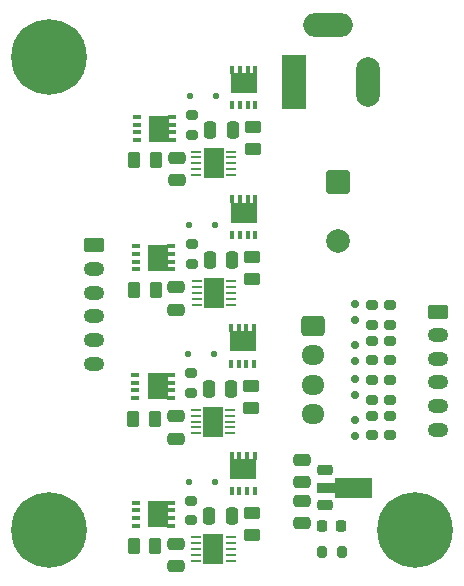
<source format=gts>
G04 #@! TF.GenerationSoftware,KiCad,Pcbnew,9.0.4*
G04 #@! TF.CreationDate,2025-09-21T20:32:14-07:00*
G04 #@! TF.ProjectId,stepper_juicer_v1,73746570-7065-4725-9f6a-75696365725f,rev?*
G04 #@! TF.SameCoordinates,Original*
G04 #@! TF.FileFunction,Soldermask,Top*
G04 #@! TF.FilePolarity,Negative*
%FSLAX46Y46*%
G04 Gerber Fmt 4.6, Leading zero omitted, Abs format (unit mm)*
G04 Created by KiCad (PCBNEW 9.0.4) date 2025-09-21 20:32:14*
%MOMM*%
%LPD*%
G01*
G04 APERTURE LIST*
G04 Aperture macros list*
%AMRoundRect*
0 Rectangle with rounded corners*
0 $1 Rounding radius*
0 $2 $3 $4 $5 $6 $7 $8 $9 X,Y pos of 4 corners*
0 Add a 4 corners polygon primitive as box body*
4,1,4,$2,$3,$4,$5,$6,$7,$8,$9,$2,$3,0*
0 Add four circle primitives for the rounded corners*
1,1,$1+$1,$2,$3*
1,1,$1+$1,$4,$5*
1,1,$1+$1,$6,$7*
1,1,$1+$1,$8,$9*
0 Add four rect primitives between the rounded corners*
20,1,$1+$1,$2,$3,$4,$5,0*
20,1,$1+$1,$4,$5,$6,$7,0*
20,1,$1+$1,$6,$7,$8,$9,0*
20,1,$1+$1,$8,$9,$2,$3,0*%
%AMFreePoly0*
4,1,9,3.862500,-0.866500,0.737500,-0.866500,0.737500,-0.450000,-0.737500,-0.450000,-0.737500,0.450000,0.737500,0.450000,0.737500,0.866500,3.862500,0.866500,3.862500,-0.866500,3.862500,-0.866500,$1*%
G04 Aperture macros list end*
%ADD10RoundRect,0.200000X0.275000X-0.200000X0.275000X0.200000X-0.275000X0.200000X-0.275000X-0.200000X0*%
%ADD11RoundRect,0.250000X0.475000X-0.250000X0.475000X0.250000X-0.475000X0.250000X-0.475000X-0.250000X0*%
%ADD12RoundRect,0.150000X0.200000X-0.150000X0.200000X0.150000X-0.200000X0.150000X-0.200000X-0.150000X0*%
%ADD13C,6.400000*%
%ADD14R,2.000000X4.600000*%
%ADD15O,2.000000X4.200000*%
%ADD16O,4.200000X2.000000*%
%ADD17O,1.750000X1.200000*%
%ADD18RoundRect,0.250000X-0.625000X0.350000X-0.625000X-0.350000X0.625000X-0.350000X0.625000X0.350000X0*%
%ADD19R,0.340000X0.800000*%
%ADD20R,2.290000X1.677500*%
%ADD21C,2.000000*%
%ADD22RoundRect,0.250000X-0.750000X0.750000X-0.750000X-0.750000X0.750000X-0.750000X0.750000X0.750000X0*%
%ADD23RoundRect,0.150000X-0.200000X0.150000X-0.200000X-0.150000X0.200000X-0.150000X0.200000X0.150000X0*%
%ADD24RoundRect,0.200000X-0.275000X0.200000X-0.275000X-0.200000X0.275000X-0.200000X0.275000X0.200000X0*%
%ADD25RoundRect,0.062500X-0.350000X-0.062500X0.350000X-0.062500X0.350000X0.062500X-0.350000X0.062500X0*%
%ADD26R,1.700000X2.500000*%
%ADD27RoundRect,0.250000X-0.475000X0.250000X-0.475000X-0.250000X0.475000X-0.250000X0.475000X0.250000X0*%
%ADD28RoundRect,0.250000X-0.250000X-0.475000X0.250000X-0.475000X0.250000X0.475000X-0.250000X0.475000X0*%
%ADD29R,1.677500X2.290000*%
%ADD30R,0.800000X0.340000*%
%ADD31RoundRect,0.250000X-0.725000X0.600000X-0.725000X-0.600000X0.725000X-0.600000X0.725000X0.600000X0*%
%ADD32O,1.950000X1.700000*%
%ADD33RoundRect,0.125000X-0.125000X-0.125000X0.125000X-0.125000X0.125000X0.125000X-0.125000X0.125000X0*%
%ADD34RoundRect,0.218750X0.218750X0.256250X-0.218750X0.256250X-0.218750X-0.256250X0.218750X-0.256250X0*%
%ADD35RoundRect,0.250000X-0.450000X0.262500X-0.450000X-0.262500X0.450000X-0.262500X0.450000X0.262500X0*%
%ADD36RoundRect,0.250000X-0.262500X-0.450000X0.262500X-0.450000X0.262500X0.450000X-0.262500X0.450000X0*%
%ADD37RoundRect,0.200000X0.200000X0.275000X-0.200000X0.275000X-0.200000X-0.275000X0.200000X-0.275000X0*%
%ADD38RoundRect,0.225000X-0.425000X-0.225000X0.425000X-0.225000X0.425000X0.225000X-0.425000X0.225000X0*%
%ADD39FreePoly0,0.000000*%
G04 APERTURE END LIST*
D10*
X116525000Y-101762500D03*
X116525000Y-103412500D03*
D11*
X125937500Y-111000000D03*
X125937500Y-109100000D03*
D12*
X130450000Y-102250000D03*
X130450000Y-103650000D03*
D13*
X135500000Y-115000000D03*
D14*
X125250000Y-77100000D03*
D15*
X131550000Y-77100000D03*
D16*
X128150000Y-72300000D03*
D13*
X104500000Y-115000000D03*
D17*
X108350000Y-100950000D03*
X108350000Y-98950000D03*
X108350000Y-96950000D03*
X108350000Y-94950000D03*
X108350000Y-92950000D03*
D18*
X108350000Y-90950000D03*
D13*
X104500000Y-75000000D03*
D19*
X121325000Y-79075000D03*
X120675000Y-79075000D03*
X120025000Y-79075000D03*
X121975000Y-79075000D03*
X121975000Y-76075000D03*
X121325000Y-76075000D03*
X120675000Y-76075000D03*
X120025000Y-76075000D03*
D20*
X121000000Y-77186250D03*
D19*
X121325000Y-90050000D03*
X120675000Y-90050000D03*
X120025000Y-90050000D03*
X121975000Y-90050000D03*
X121975000Y-87050000D03*
X121325000Y-87050000D03*
X120675000Y-87050000D03*
X120025000Y-87050000D03*
D20*
X121000000Y-88161250D03*
D21*
X128950000Y-90550000D03*
D22*
X128950000Y-85550000D03*
D12*
X130450000Y-97300000D03*
X130450000Y-95900000D03*
D10*
X133400000Y-105350000D03*
X133400000Y-107000000D03*
D17*
X137450000Y-106550000D03*
X137450000Y-104550000D03*
X137450000Y-102550000D03*
X137450000Y-100550000D03*
X137450000Y-98550000D03*
D18*
X137450000Y-96550000D03*
D10*
X133400000Y-99000000D03*
X133400000Y-100650000D03*
D23*
X130450000Y-99350000D03*
X130450000Y-100750000D03*
D24*
X133400000Y-97650000D03*
X133400000Y-96000000D03*
X133400000Y-104000000D03*
X133400000Y-102350000D03*
D23*
X130450000Y-105700000D03*
X130450000Y-107100000D03*
D24*
X131900000Y-105350000D03*
X131900000Y-107000000D03*
X131900000Y-102350000D03*
X131900000Y-104000000D03*
X131900000Y-99000000D03*
X131900000Y-100650000D03*
X131900000Y-96000000D03*
X131900000Y-97650000D03*
D25*
X116925000Y-104862500D03*
X116925000Y-105362500D03*
X116925000Y-105862500D03*
X116925000Y-106362500D03*
X116925000Y-106862500D03*
X119850000Y-106862500D03*
X119850000Y-106362500D03*
X119850000Y-105862500D03*
X119850000Y-105362500D03*
X119850000Y-104862500D03*
D26*
X118387500Y-105862500D03*
D27*
X115350000Y-83525000D03*
X115350000Y-85425000D03*
D20*
X120950000Y-109861250D03*
D19*
X119975000Y-108750000D03*
X120625000Y-108750000D03*
X121275000Y-108750000D03*
X121925000Y-108750000D03*
X121925000Y-111750000D03*
X119975000Y-111750000D03*
X120625000Y-111750000D03*
X121275000Y-111750000D03*
D28*
X118125000Y-92150000D03*
X120025000Y-92150000D03*
D29*
X113826250Y-81050000D03*
D30*
X114937500Y-80075000D03*
X114937500Y-80725000D03*
X114937500Y-81375000D03*
X114937500Y-82025000D03*
X111937500Y-82025000D03*
X111937500Y-80075000D03*
X111937500Y-80725000D03*
X111937500Y-81375000D03*
D27*
X125937500Y-114450000D03*
X125937500Y-112550000D03*
D31*
X126900000Y-97750000D03*
D32*
X126900000Y-100250000D03*
X126900000Y-102750000D03*
X126900000Y-105250000D03*
D33*
X116350000Y-89250000D03*
X118550000Y-89250000D03*
D25*
X117000000Y-83000000D03*
X117000000Y-83500000D03*
X117000000Y-84000000D03*
X117000000Y-84500000D03*
X117000000Y-85000000D03*
X119925000Y-85000000D03*
X119925000Y-84500000D03*
X119925000Y-84000000D03*
X119925000Y-83500000D03*
X119925000Y-83000000D03*
D26*
X118462500Y-84000000D03*
D34*
X127662500Y-114700000D03*
X129237500Y-114700000D03*
D25*
X116962500Y-115675000D03*
X116962500Y-116175000D03*
X116962500Y-116675000D03*
X116962500Y-117175000D03*
X116962500Y-117675000D03*
X119887500Y-117675000D03*
X119887500Y-117175000D03*
X119887500Y-116675000D03*
X119887500Y-116175000D03*
X119887500Y-115675000D03*
D26*
X118425000Y-116675000D03*
D20*
X120900000Y-99073750D03*
D19*
X119925000Y-97962500D03*
X120575000Y-97962500D03*
X121225000Y-97962500D03*
X121875000Y-97962500D03*
X121875000Y-100962500D03*
X119925000Y-100962500D03*
X120575000Y-100962500D03*
X121225000Y-100962500D03*
D35*
X121700000Y-113637500D03*
X121700000Y-115462500D03*
D30*
X111875000Y-92325000D03*
X111875000Y-91675000D03*
X111875000Y-91025000D03*
X111875000Y-92975000D03*
X114875000Y-92975000D03*
X114875000Y-92325000D03*
X114875000Y-91675000D03*
X114875000Y-91025000D03*
D29*
X113763750Y-92000000D03*
D10*
X116637500Y-81575000D03*
X116637500Y-79925000D03*
D35*
X121650000Y-102850000D03*
X121650000Y-104675000D03*
D33*
X116300000Y-100162500D03*
X118500000Y-100162500D03*
D27*
X115300000Y-94500000D03*
X115300000Y-96400000D03*
D36*
X111737500Y-83725000D03*
X113562500Y-83725000D03*
D35*
X121787500Y-80950000D03*
X121787500Y-82775000D03*
D27*
X115250000Y-105412500D03*
X115250000Y-107312500D03*
D30*
X111850000Y-114025000D03*
X111850000Y-113375000D03*
X111850000Y-112725000D03*
X111850000Y-114675000D03*
X114850000Y-114675000D03*
X114850000Y-114025000D03*
X114850000Y-113375000D03*
X114850000Y-112725000D03*
D29*
X113738750Y-113700000D03*
D25*
X117012500Y-93975000D03*
X117012500Y-94475000D03*
X117012500Y-94975000D03*
X117012500Y-95475000D03*
X117012500Y-95975000D03*
X119937500Y-95975000D03*
X119937500Y-95475000D03*
X119937500Y-94975000D03*
X119937500Y-94475000D03*
X119937500Y-93975000D03*
D26*
X118475000Y-94975000D03*
D28*
X118162500Y-81175000D03*
X120062500Y-81175000D03*
D36*
X111687500Y-116400000D03*
X113512500Y-116400000D03*
D10*
X116600000Y-92500000D03*
X116600000Y-90850000D03*
D33*
X116350000Y-110950000D03*
X118550000Y-110950000D03*
D10*
X116550000Y-114200000D03*
X116550000Y-112550000D03*
D36*
X111625000Y-105612500D03*
X113450000Y-105612500D03*
D35*
X121725000Y-91950000D03*
X121725000Y-93775000D03*
D33*
X116412500Y-78275000D03*
X118612500Y-78275000D03*
D37*
X127637500Y-116900000D03*
X129287500Y-116900000D03*
D29*
X113713750Y-102887500D03*
D30*
X114825000Y-101912500D03*
X114825000Y-102562500D03*
X114825000Y-103212500D03*
X114825000Y-103862500D03*
X111825000Y-103862500D03*
X111825000Y-101912500D03*
X111825000Y-102562500D03*
X111825000Y-103212500D03*
D28*
X118100000Y-113850000D03*
X120000000Y-113850000D03*
D27*
X115300000Y-116200000D03*
X115300000Y-118100000D03*
D36*
X111712500Y-94700000D03*
X113537500Y-94700000D03*
D28*
X118025000Y-103062500D03*
X119925000Y-103062500D03*
D38*
X127850000Y-112950000D03*
D39*
X127937500Y-111450000D03*
D38*
X127850000Y-109950000D03*
M02*

</source>
